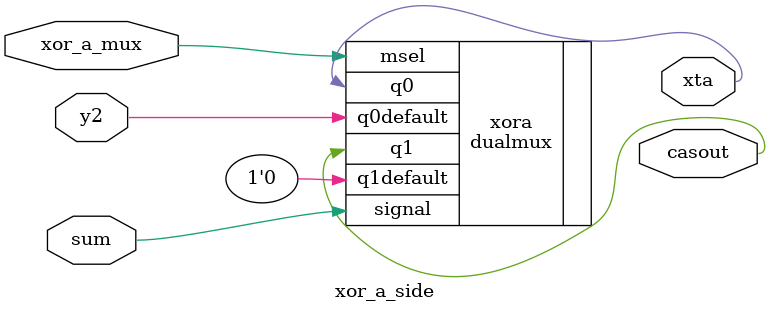
<source format=v>
`include "dualmux.v"

module xor_a_side(
  input xor_a_mux,
  input y2, sum,
  output xta, casout
);
  dualmux xora(
    .msel(xor_a_mux),
    .q0default(y2),
    .q1default(1'b0),
    .signal(sum),
    .q0(xta),
    .q1(casout)
  );
endmodule

</source>
